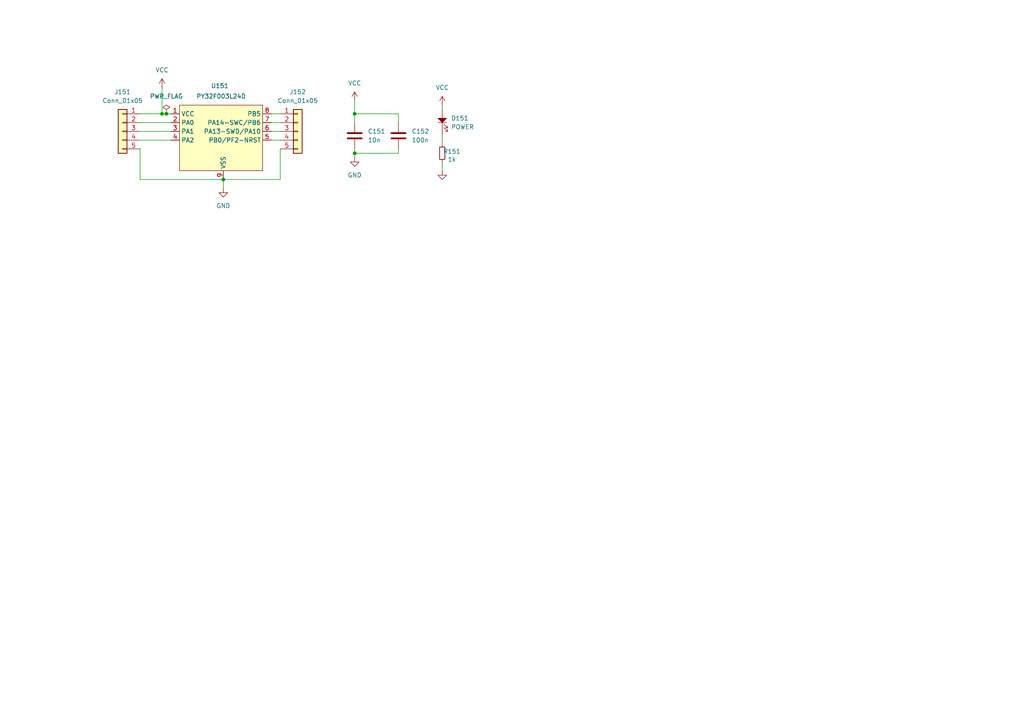
<source format=kicad_sch>
(kicad_sch (version 20231120) (generator "eeschema") (generator_version "8.0")
  (paper "A4")
  (lib_symbols
    (symbol "Connector_Generic:Conn_01x05" (pin_names (offset 1.016) hide)
      (property "Reference" "J" (at 0 7.62 0))
      (property "Value" "Conn_01x05" (at 0 -7.62 0))
      (symbol "Conn_01x05_1_1"
        (rectangle (start -1.27 -4.953) (end 0 -5.207) (stroke (width 0.1524)))
        (rectangle (start -1.27 -2.413) (end 0 -2.667) (stroke (width 0.1524)))
        (rectangle (start -1.27 0.127) (end 0 -0.127) (stroke (width 0.1524)))
        (rectangle (start -1.27 2.667) (end 0 2.413) (stroke (width 0.1524)))
        (rectangle (start -1.27 5.207) (end 0 4.953) (stroke (width 0.1524)))
        (rectangle (start -1.27 6.35) (end 1.27 -6.35) (stroke (width 0.254)) (fill (type background)))
        (pin passive line (at -5.08 5.08 0) (length 3.81) (name "Pin_1") (number "1"))
        (pin passive line (at -5.08 2.54 0) (length 3.81) (name "Pin_2") (number "2"))
        (pin passive line (at -5.08 0 0) (length 3.81) (name "Pin_3") (number "3"))
        (pin passive line (at -5.08 -2.54 0) (length 3.81) (name "Pin_4") (number "4"))
        (pin passive line (at -5.08 -5.08 0) (length 3.81) (name "Pin_5") (number "5"))
      )
    )
    (symbol "Device:C" (pin_numbers hide) (pin_names (offset 0.254))
      (property "Reference" "C" (at 0.635 2.54 0))
      (property "Value" "C" (at 0.635 -2.54 0))
      (symbol "C_0_1"
        (polyline (pts (xy -2.032 -0.762) (xy 2.032 -0.762)) (stroke (width 0.508)))
        (polyline (pts (xy -2.032 0.762) (xy 2.032 0.762)) (stroke (width 0.508)))
      )
      (symbol "C_1_1"
        (pin passive line (at 0 3.81 270) (length 2.794) (name "~") (number "1"))
        (pin passive line (at 0 -3.81 90) (length 2.794) (name "~") (number "2"))
      )
    )
    (symbol "Device:R_Small" (pin_numbers hide) (pin_names (offset 0.254) hide)
      (property "Reference" "R" (at 0.762 0.508 0))
      (property "Value" "R_Small" (at 0.762 -1.016 0))
      (symbol "R_Small_0_1"
        (rectangle (start -0.762 1.778) (end 0.762 -1.778) (stroke (width 0.2032)))
      )
      (symbol "R_Small_1_1"
        (pin passive line (at 0 2.54 270) (length 0.762) (name "~") (number "1"))
        (pin passive line (at 0 -2.54 90) (length 0.762) (name "~") (number "2"))
      )
    )
    (symbol "PCM_SL_Devices:LED"
      (property "Reference" "D" (at -0.508 5.334 0))
      (property "Value" "LED" (at -0.508 2.794 0))
      (symbol "LED_0_1"
        (polyline (pts (xy -1.27 0) (xy -2.54 0)))
        (polyline (pts (xy 0 1.27) (xy 0 -1.27)))
        (polyline (pts (xy 0.508 0.508) (xy 1.524 1.524)))
        (polyline (pts (xy 1.27 0) (xy 2.54 0)))
        (polyline (pts (xy 1.524 0.508) (xy 2.54 1.524)))
        (polyline (pts (xy 1.524 1.524) (xy 0.889 1.524)))
        (polyline (pts (xy 1.524 1.524) (xy 1.524 0.889)))
        (polyline (pts (xy 2.54 1.524) (xy 1.905 1.524)))
        (polyline (pts (xy 2.54 1.524) (xy 2.54 0.889)))
        (polyline (pts (xy 0 0) (xy -1.27 -1.27) (xy -1.27 1.27) (xy 0 0) (xy 1.27 0)) (fill (type outline)))
      )
      (symbol "LED_1_1"
        (pin passive line (at 3.81 0 180) (length 1.5) (name "~") (number "1"))
        (pin passive line (at -3.81 0 0) (length 1.5) (name "") (number "2"))
      )
    )
    (symbol "power:GND" (power) (pin_numbers hide) (pin_names (offset 0) hide)
      (property "Value" "GND" (at 0 -3.81 0))
      (symbol "GND_0_1"
        (polyline (pts (xy 0 0) (xy 0 -1.27) (xy 1.27 -1.27) (xy 0 -2.54) (xy -1.27 -1.27) (xy 0 -1.27)))
      )
      (symbol "GND_1_1"
        (pin power_in line (at 0 0 270) (length 0) (name "~") (number "1"))
      )
    )
    (symbol "power:PWR_FLAG" (power) (pin_numbers hide) (pin_names (offset 0) hide)
      (property "Value" "PWR_FLAG" (at 0 3.81 0))
      (symbol "PWR_FLAG_0_0"
        (pin power_out line (at 0 0 90) (length 0) (name "~") (number "1"))
      )
      (symbol "PWR_FLAG_0_1"
        (polyline (pts (xy 0 0) (xy 0 1.27) (xy -1.016 1.905) (xy 0 2.54) (xy 1.016 1.905) (xy 0 1.27)))
      )
    )
    (symbol "power:VCC" (power) (pin_numbers hide) (pin_names (offset 0) hide)
      (property "Value" "VCC" (at 0 3.556 0))
      (symbol "VCC_0_1"
        (polyline (pts (xy -0.762 1.27) (xy 0 2.54)))
        (polyline (pts (xy 0 0) (xy 0 2.54)))
        (polyline (pts (xy 0 2.54) (xy 0.762 1.27)))
      )
      (symbol "VCC_1_1"
        (pin power_in line (at 0 0 90) (length 0) (name "~") (number "1"))
      )
    )
    (symbol "puya:PY32F003L24D"
      (property "Reference" "U" (at 0 0 0))
      (property "Value" "PY32F003L24D" (at 0 2.286 0))
      (symbol "PY32F003L24D_1_1"
        (rectangle (start -11.43 -1.27) (end 12.7 -20.32) (fill (type background)))
        (pin power_in line (at -13.97 -3.81 0) (length 2.54) (name "VCC") (number "1"))
        (pin bidirectional line (at -13.97 -6.35 0) (length 2.54) (name "PA0") (number "2"))
        (pin bidirectional line (at -13.97 -8.89 0) (length 2.54) (name "PA1") (number "3"))
        (pin bidirectional line (at -13.97 -11.43 0) (length 2.54) (name "PA2") (number "4"))
        (pin bidirectional line (at 15.24 -11.43 180) (length 2.54) (name "PB0/PF2-NRST") (number "5"))
        (pin bidirectional line (at 15.24 -8.89 180) (length 2.54) (name "PA13-SWD/PA10") (number "6"))
        (pin bidirectional line (at 15.24 -6.35 180) (length 2.54) (name "PA14-SWC/PB6") (number "7"))
        (pin bidirectional line (at 15.24 -3.81 180) (length 2.54) (name "PB5") (number "8"))
        (pin power_in line (at 1.27 -22.86 90) (length 2.54) (name "VSS") (number "9"))
      )
    )
  )
  (junction (at 102.87 33.02))
  (junction (at 64.77 52.07))
  (junction (at 48.26 33.02))
  (junction (at 102.87 44.45))
  (junction (at 46.99 33.02))
  (wire (pts (xy 46.99 33.02) (xy 48.26 33.02)))
  (wire (pts (xy 102.87 44.45) (xy 102.87 45.72)))
  (wire (pts (xy 102.87 29.21) (xy 102.87 33.02)))
  (wire (pts (xy 102.87 33.02) (xy 115.57 33.02)))
  (wire (pts (xy 128.27 49.53) (xy 128.27 46.99)))
  (wire (pts (xy 115.57 43.18) (xy 115.57 44.45)))
  (wire (pts (xy 40.64 33.02) (xy 46.99 33.02)))
  (wire (pts (xy 40.64 38.1) (xy 49.53 38.1)))
  (wire (pts (xy 81.28 43.18) (xy 81.28 52.07)))
  (wire (pts (xy 40.64 40.64) (xy 49.53 40.64)))
  (wire (pts (xy 115.57 35.56) (xy 115.57 33.02)))
  (wire (pts (xy 81.28 40.64) (xy 78.74 40.64)))
  (wire (pts (xy 46.99 25.4) (xy 46.99 33.02)))
  (wire (pts (xy 64.77 52.07) (xy 64.77 54.61)))
  (wire (pts (xy 40.64 52.07) (xy 64.77 52.07)))
  (wire (pts (xy 102.87 33.02) (xy 102.87 35.56)))
  (wire (pts (xy 128.27 41.91) (xy 128.27 39.37)))
  (wire (pts (xy 128.27 30.48) (xy 128.27 31.75)))
  (wire (pts (xy 81.28 35.56) (xy 78.74 35.56)))
  (wire (pts (xy 102.87 43.18) (xy 102.87 44.45)))
  (wire (pts (xy 102.87 44.45) (xy 115.57 44.45)))
  (wire (pts (xy 48.26 33.02) (xy 49.53 33.02)))
  (wire (pts (xy 81.28 33.02) (xy 78.74 33.02)))
  (wire (pts (xy 40.64 35.56) (xy 49.53 35.56)))
  (wire (pts (xy 40.64 43.18) (xy 40.64 52.07)))
  (wire (pts (xy 64.77 52.07) (xy 81.28 52.07)))
  (wire (pts (xy 81.28 38.1) (xy 78.74 38.1)))
  (symbol (lib_id "power:GND") (at 128.27 49.53 0) (mirror y) (unit 1)
    (property "Reference" "#PWR0156" (effects (hide yes)))
    (property "Value" "GND" (effects (hide yes)))
    (property "Description" "Power symbol creates a global label with name \"GND\" , ground" (effects (hide yes)))
  )
  (symbol (lib_id "Device:C") (at 115.57 39.37 0) (unit 1)
    (property "Reference" "C152" (at 119.38 38.0999 0) (effects (justify left)))
    (property "Value" "100n" (at 119.38 40.6399 0) (effects (justify left)))
    (property "Footprint" "Capacitor_SMD:C_0402_1005Metric" (effects (hide yes)))
    (property "Description" "Unpolarized capacitor" (effects (hide yes)))
    (property "LCSC" "C1525" (effects (hide yes)))
  )
  (symbol (lib_id "power:GND") (at 102.87 45.72 0) (unit 1)
    (property "Reference" "#PWR0154" (effects (hide yes)))
    (property "Value" "GND" (at 102.87 50.8 0))
    (property "Description" "Power symbol creates a global label with name \"GND\" , ground" (effects (hide yes)))
  )
  (symbol (lib_id "Device:C") (at 102.87 39.37 0) (unit 1)
    (property "Reference" "C151" (at 106.68 38.0999 0) (effects (justify left)))
    (property "Value" "10n" (at 106.68 40.6399 0) (effects (justify left)))
    (property "Footprint" "Capacitor_SMD:C_0402_1005Metric" (effects (hide yes)))
    (property "Description" "Unpolarized capacitor" (effects (hide yes)))
    (property "LCSC" "C15195" (effects (hide yes)))
  )
  (symbol (lib_id "power:VCC") (at 102.87 29.21 0) (unit 1)
    (property "Reference" "#PWR0153" (effects (hide yes)))
    (property "Value" "VCC" (at 102.87 24.13 0))
    (property "Description" "Power symbol creates a global label with name \"VCC\"" (effects (hide yes)))
  )
  (symbol (lib_id "power:VCC") (at 46.99 25.4 0) (unit 1)
    (property "Reference" "#PWR0151" (effects (hide yes)))
    (property "Value" "VCC" (at 46.99 20.32 0))
    (property "Description" "Power symbol creates a global label with name \"VCC\"" (effects (hide yes)))
  )
  (symbol (lib_id "Connector_Generic:Conn_01x05") (at 86.36 38.1 0) (unit 1)
    (property "Reference" "J152" (at 86.36 26.67 0))
    (property "Value" "Conn_01x05" (at 86.36 29.21 0))
    (property "Footprint" "Connector_PinHeader_2.54mm:PinHeader_1x05_P2.54mm_Vertical" (effects (hide yes)))
    (property "Description" "Generic connector, single row, 01x05, script generated (kicad-library-utils/schlib/autogen/connector/)" (effects (hide yes)))
  )
  (symbol (lib_id "power:GND") (at 64.77 54.61 0) (unit 1)
    (property "Reference" "#PWR0152" (effects (hide yes)))
    (property "Value" "GND" (at 64.77 59.69 0))
    (property "Description" "Power symbol creates a global label with name \"GND\" , ground" (effects (hide yes)))
  )
  (symbol (lib_id "power:VCC") (at 128.27 30.48 0) (unit 1)
    (property "Reference" "#PWR0155" (effects (hide yes)))
    (property "Value" "VCC" (at 128.27 25.4 0))
    (property "Description" "Power symbol creates a global label with name \"VCC\"" (effects (hide yes)))
  )
  (symbol (lib_id "puya:PY32F003L24D") (at 63.5 29.21 0) (unit 1)
    (property "Reference" "U151" (at 63.754 24.892 0))
    (property "Value" "PY32F003L24D" (at 64.135 27.94 0))
    (property "Footprint" "PCM_Package_DFN_QFN_AKL:DFN-8-1EP_3x2mm_P0.5mm_EP1.3x1.5mm" (effects (hide yes)))
    (property "LCSC" "C5128436" (effects (hide yes)))
  )
  (symbol (lib_id "Device:R_Small") (at 128.27 44.45 0) (mirror x) (unit 1)
    (property "Reference" "R151" (at 131.064 43.942 0))
    (property "Value" "1k" (at 131.064 46.228 0))
    (property "Footprint" "Resistor_SMD:R_0402_1005Metric" (effects (hide yes)))
    (property "LCSC" "C11702" (effects (hide yes)))
  )
  (symbol (lib_id "Connector_Generic:Conn_01x05") (at 35.56 38.1 0) (mirror y) (unit 1)
    (property "Reference" "J151" (at 35.56 26.67 0))
    (property "Value" "Conn_01x05" (at 35.56 29.21 0))
    (property "Footprint" "Connector_PinHeader_2.54mm:PinHeader_1x05_P2.54mm_Vertical" (effects (hide yes)))
    (property "Description" "Generic connector, single row, 01x05, script generated (kicad-library-utils/schlib/autogen/connector/)" (effects (hide yes)))
  )
  (symbol (lib_id "PCM_SL_Devices:LED") (at 128.27 35.56 270) (unit 1)
    (property "Reference" "D151" (at 130.81 34.2899 90) (effects (justify left)))
    (property "Value" "POWER" (at 130.81 36.8299 90) (effects (justify left)))
    (property "Footprint" "LED_SMD:LED_0603_1608Metric_Dot" (effects (hide yes)))
    (property "Description" "KT-0603R, Vf=1.9-2.2" (effects (hide yes)))
    (property "LCSC" "C2286" (effects (hide yes)))
  )
  (symbol (lib_id "power:PWR_FLAG") (at 48.26 33.02 0) (unit 1)
    (property "Reference" "#FLG0151" (effects (hide yes)))
    (property "Value" "PWR_FLAG" (at 48.26 27.94 0))
    (property "Description" "Special symbol for telling ERC where power comes from" (effects (hide yes)))
  )
)
</source>
